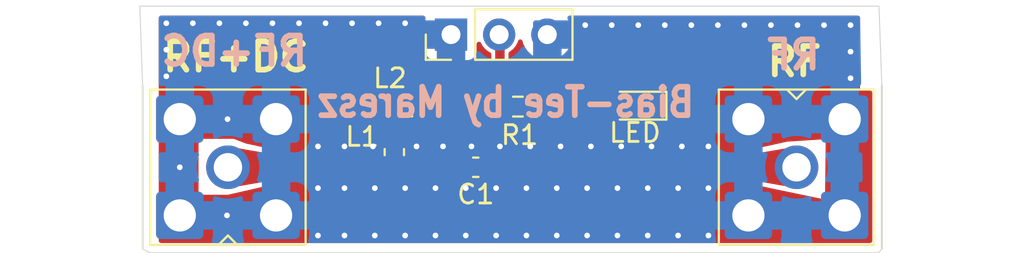
<source format=kicad_pcb>
(kicad_pcb (version 20240108) (generator "pcbnew") (generator_version "8.0")
  (layers (0 "F.Cu" signal) (31 "B.Cu" signal) (34 "B.Paste" user) (35 "F.Paste" user) (36 "B.SilkS" user "B.Silkscreen") (37 "F.SilkS" user "F.Silkscreen") (38 "B.Mask" user) (39 "F.Mask" user) (44 "Edge.Cuts" user))
  (net 0 "")
  (net 1 "Net-(J1_rf1-In)")
  (net 2 "Net-(J2_rfdc1-In)")
  (net 3 "GND")
  (net 4 "Net-(L1-Pad1)")
  (net 5 "Net-(J1-Pin_2)")
  (net 6 "Net-(D1-A)")
  (footprint "Inductor_SMD:L_0603_1608Metric" (layer "F.Cu") (at 174.21 102.8 180)
    (property "Reference" "L2" (at 1.0125 1.5 180) (layer "F.SilkS"))
    (property "Value" "L" (hide yes))
    (fp_line (start -0.162779 0.51) (end 0.162779 0.51) (stroke (width 0.12)) (layer "F.SilkS"))
    (fp_line (start -0.162779 -0.51) (end 0.162779 -0.51) (stroke (width 0.12)) (layer "F.SilkS"))
    (pad "1" smd roundrect (at -0.7875 0 180) (size 0.875 0.95) (layers "F.Cu" "F.Paste" "F.Mask") (net 5 "Net-(J1-Pin_2)"))
    (pad "2" smd roundrect (at 0.7875 0 180) (size 0.875 0.95) (layers "F.Cu" "F.Paste" "F.Mask") (net 4 "Net-(L1-Pad1)"))
  )
  (footprint "Inductor_SMD:L_0603_1608Metric" (layer "F.Cu") (at 173.43 105.2 -90)
    (property "Reference" "L1" (at -0.8125 1.7 180) (layer "F.SilkS"))
    (property "Value" "L" (hide yes))
    (fp_line (start -0.162779 0.51) (end 0.162779 0.51) (stroke (width 0.12)) (layer "F.SilkS"))
    (fp_line (start -0.162779 -0.51) (end 0.162779 -0.51) (stroke (width 0.12)) (layer "F.SilkS"))
    (pad "1" smd roundrect (at -0.7875 0 270) (size 0.875 0.95) (layers "F.Cu" "F.Paste" "F.Mask") (net 4 "Net-(L1-Pad1)") (clearance 0.3))
    (pad "2" smd roundrect (at 0.7875 0 270) (size 0.875 0.95) (layers "F.Cu" "F.Paste" "F.Mask") (net 2 "Net-(J2_rfdc1-In)"))
  )
  (footprint "Connector_Coaxial:SMA_Amphenol_901-143_Horizontal" (layer "F.Cu") (at 194.65 106 -90)
    (property "Reference" "J1_rf1" (hide yes))
    (property "Value" "Conn_Coaxial_Small" (hide yes))
    (fp_line (start -4.1 4.1) (end 4.1 4.1) (stroke (width 0.12)) (layer "F.SilkS"))
    (fp_line (start -4.1 0.5) (end -3.6 0) (stroke (width 0.12)) (layer "F.SilkS"))
    (fp_line (start -3.6 0) (end -4.1 -0.5) (stroke (width 0.12)) (layer "F.SilkS"))
    (fp_line (start -4.1 -4.1) (end -4.1 4.1) (stroke (width 0.12)) (layer "F.SilkS"))
    (fp_line (start -4.1 -4.1) (end 4.1 -4.1) (stroke (width 0.12)) (layer "F.SilkS"))
    (fp_line (start 4.1 -4.1) (end 4.1 4.1) (stroke (width 0.12)) (layer "F.SilkS"))
    (fp_line (start 4.3 -4.5) (end -4.3 -4.5) (stroke (width 0.1)) (layer "Edge.Cuts"))
    (pad "1" thru_hole circle (at 0 0 270) (size 2.3 2.3) (drill 1.5) (layers "*.Cu" "*.Mask") (net 1 "Net-(J1_rf1-In)"))
    (pad "2" thru_hole roundrect (at -2.54 -2.54 270) (size 2.5 2.5) (drill 1.7) (layers "*.Cu" "*.Mask") (roundrect_rratio 0.1) (net 3 "GND"))
    (pad "2" thru_hole roundrect (at -2.54 2.54 270) (size 2.5 2.5) (drill 1.7) (layers "*.Cu" "*.Mask") (roundrect_rratio 0.1) (net 3 "GND"))
    (pad "2" thru_hole roundrect (at 2.54 -2.54 270) (size 2.5 2.5) (drill 1.7) (layers "*.Cu" "*.Mask") (roundrect_rratio 0.1) (net 3 "GND"))
    (pad "2" thru_hole roundrect (at 2.54 2.54 270) (size 2.5 2.5) (drill 1.7) (layers "*.Cu" "*.Mask") (roundrect_rratio 0.1) (net 3 "GND"))
  )
  (footprint "Resistor_SMD:R_0603_1608Metric_Pad0.98x0.95mm_HandSolder" (layer "F.Cu") (at 179.95 102.8 180)
    (property "Reference" "R1" (at -0.0875 -1.5 180) (layer "F.SilkS"))
    (property "Value" "1k" (hide yes))
    (fp_line (start -0.254724 0.5225) (end 0.254724 0.5225) (stroke (width 0.12)) (layer "F.SilkS"))
    (fp_line (start -0.254724 -0.5225) (end 0.254724 -0.5225) (stroke (width 0.12)) (layer "F.SilkS"))
    (pad "1" smd roundrect (at -0.9125 0 180) (size 0.975 0.95) (layers "F.Cu" "F.Paste" "F.Mask") (net 6 "Net-(D1-A)"))
    (pad "2" smd roundrect (at 0.9125 0 180) (size 0.975 0.95) (layers "F.Cu" "F.Paste" "F.Mask") (net 5 "Net-(J1-Pin_2)"))
  )
  (footprint "Connector_Coaxial:SMA_Amphenol_901-143_Horizontal" (layer "F.Cu") (at 164.65 106 90)
    (property "Reference" "J2_rfdc1" (hide yes))
    (property "Value" "Conn_Coaxial_Small" (hide yes))
    (fp_line (start 4.1 -4.1) (end 4.1 4.1) (stroke (width 0.12)) (layer "F.SilkS"))
    (fp_line (start -4.1 -4.1) (end 4.1 -4.1) (stroke (width 0.12)) (layer "F.SilkS"))
    (fp_line (start -4.1 -4.1) (end -4.1 4.1) (stroke (width 0.12)) (layer "F.SilkS"))
    (fp_line (start -3.6 0) (end -4.1 -0.5) (stroke (width 0.12)) (layer "F.SilkS"))
    (fp_line (start -4.1 0.5) (end -3.6 0) (stroke (width 0.12)) (layer "F.SilkS"))
    (fp_line (start -4.1 4.1) (end 4.1 4.1) (stroke (width 0.12)) (layer "F.SilkS"))
    (fp_line (start 4.3 -4.5) (end -4.3 -4.5) (stroke (width 0.1)) (layer "Edge.Cuts"))
    (pad "1" thru_hole circle (at 0 0 90) (size 2.3 2.3) (drill 1.5) (layers "*.Cu" "*.Mask") (net 2 "Net-(J2_rfdc1-In)"))
    (pad "2" thru_hole roundrect (at -2.54 -2.54 90) (size 2.5 2.5) (drill 1.7) (layers "*.Cu" "*.Mask") (roundrect_rratio 0.1) (net 3 "GND"))
    (pad "2" thru_hole roundrect (at -2.54 2.54 90) (size 2.5 2.5) (drill 1.7) (layers "*.Cu" "*.Mask") (roundrect_rratio 0.1) (net 3 "GND"))
    (pad "2" thru_hole roundrect (at 2.54 -2.54 90) (size 2.5 2.5) (drill 1.7) (layers "*.Cu" "*.Mask") (roundrect_rratio 0.1) (net 3 "GND"))
    (pad "2" thru_hole roundrect (at 2.54 2.54 90) (size 2.5 2.5) (drill 1.7) (layers "*.Cu" "*.Mask") (roundrect_rratio 0.1) (net 3 "GND"))
  )
  (footprint "Connector_PinHeader_2.54mm:PinHeader_1x03_P2.54mm_Vertical" (layer "F.Cu") (at 176.42 99 90)
    (property "Reference" "J1" (hide yes))
    (property "Value" "Conn_01x03_Pin" (hide yes))
    (fp_line (start -1.33 -1.33) (end 0 -1.33) (stroke (width 0.12)) (layer "F.SilkS"))
    (fp_line (start -1.33 0) (end -1.33 -1.33) (stroke (width 0.12)) (layer "F.SilkS"))
    (fp_line (start 1.33 1.27) (end 1.33 6.41) (stroke (width 0.12)) (layer "F.SilkS"))
    (fp_line (start -1.33 1.27) (end 1.33 1.27) (stroke (width 0.12)) (layer "F.SilkS"))
    (fp_line (start -1.33 1.27) (end -1.33 6.41) (stroke (width 0.12)) (layer "F.SilkS"))
    (fp_line (start -1.33 6.41) (end 1.33 6.41) (stroke (width 0.12)) (layer "F.SilkS"))
    (pad "1" thru_hole rect (at 0 0 90) (size 1.7 1.7) (drill 1) (layers "*.Cu" "*.Mask") (net 3 "GND"))
    (pad "2" thru_hole oval (at 0 2.54 90) (size 1.7 1.7) (drill 1) (layers "*.Cu" "*.Mask") (net 5 "Net-(J1-Pin_2)"))
    (pad "3" thru_hole oval (at 0 5.08 90) (size 1.7 1.7) (drill 1) (layers "*.Cu" "*.Mask") (net 3 "GND"))
  )
  (footprint "LED_SMD:LED_0603_1608Metric_Pad1.05x0.95mm_HandSolder" (layer "F.Cu") (at 186.125 102.75 180)
    (property "Reference" "LED" (at 0 -1.43 180) (layer "F.SilkS"))
    (property "Value" "LED" (hide yes))
    (fp_line (start 0.8 -0.735) (end -1.66 -0.735) (stroke (width 0.12)) (layer "F.SilkS"))
    (fp_line (start -1.66 0.735) (end 0.8 0.735) (stroke (width 0.12)) (layer "F.SilkS"))
    (fp_line (start -1.66 -0.735) (end -1.66 0.735) (stroke (width 0.12)) (layer "F.SilkS"))
    (pad "1" smd roundrect (at -0.875 0 180) (size 1.05 0.95) (layers "F.Cu" "F.Paste" "F.Mask") (net 3 "GND"))
    (pad "2" smd roundrect (at 0.875 0 180) (size 1.05 0.95) (layers "F.Cu" "F.Paste" "F.Mask") (net 6 "Net-(D1-A)"))
  )
  (footprint "Capacitor_SMD:C_0603_1608Metric" (layer "F.Cu") (at 177.725 106 180)
    (property "Reference" "C1" (at 0 -1.43 180) (layer "F.SilkS"))
    (property "Value" "C" (hide yes))
    (fp_line (start -0.14058 0.51) (end 0.14058 0.51) (stroke (width 0.12)) (layer "F.SilkS"))
    (fp_line (start -0.14058 -0.51) (end 0.14058 -0.51) (stroke (width 0.12)) (layer "F.SilkS"))
    (pad "1" smd roundrect (at -0.775 0 180) (size 0.9 0.95) (layers "F.Cu" "F.Paste" "F.Mask") (net 1 "Net-(J1_rf1-In)") (clearance 0.2))
    (pad "2" smd roundrect (at 0.775 0 180) (size 0.9 0.95) (layers "F.Cu" "F.Paste" "F.Mask") (net 2 "Net-(J2_rfdc1-In)") (clearance 0.2))
  )
  (gr_line (start 160 97.5) (end 160.15 101.7) (stroke (width 0.05)) (layer "Edge.Cuts"))
  (gr_line (start 199.15 101.7) (end 199 97.5) (stroke (width 0.05)) (layer "Edge.Cuts"))
  (gr_line (start 160.15 110.3) (end 160.5 110.5) (stroke (width 0.05)) (layer "Edge.Cuts"))
  (gr_line (start 160.5 110.5) (end 199 110.5) (stroke (width 0.05)) (layer "Edge.Cuts"))
  (gr_line (start 199 110.5) (end 199.15 110.3) (stroke (width 0.05)) (layer "Edge.Cuts"))
  (gr_line (start 199 97.5) (end 160 97.5) (stroke (width 0.05)) (layer "Edge.Cuts"))
  (gr_text "RF" (at 196.05 100.95 0) (layer "B.SilkS") (effects (font (size 1.5 1.5) (thickness 0.3) (bold yes)) (justify left bottom mirror)))
  (gr_text "RF+DC\n" (at 169 100.75 0) (layer "B.SilkS") (effects (font (size 1.5 1.5) (thickness 0.3) (bold yes)) (justify left bottom mirror)))
  (gr_text "Bias-Tee by Maresz" (at 189.4 103.45 0) (layer "B.SilkS") (effects (font (size 1.5 1.3) (thickness 0.3) (bold yes)) (justify left bottom mirror)))
  (gr_text "RF+DC\n" (at 161.05 101.05 0) (layer "F.SilkS") (effects (font (size 1.5 1.5) (thickness 0.3) (bold yes)) (justify left bottom)))
  (gr_text "RF" (at 192.95 101.3 0) (layer "F.SilkS") (effects (font (size 1.5 1.5) (thickness 0.3) (bold yes)) (justify left bottom)))
  (segment (start 178.5 106) (end 194.65 106) (width 1) (layer "F.Cu") (net 1))
  (segment (start 173.43 105.9875) (end 176.9375 105.9875) (width 1) (layer "F.Cu") (net 2))
  (segment (start 164.65 106) (end 173.4175 106) (width 1) (layer "F.Cu") (net 2))
  (segment (start 176.9375 105.9875) (end 176.95 106) (width 1) (layer "F.Cu") (net 2))
  (segment (start 173.4175 106) (end 173.43 105.9875) (width 1) (layer "F.Cu") (net 2))
  (segment (start 162.11 108.54) (end 167.19 108.54) (width 1) (layer "F.Cu") (net 3))
  (segment (start 162.11 103.46) (end 167.19 103.46) (width 1) (layer "F.Cu") (net 3))
  (segment (start 162.11 103.46) (end 162.11 108.54) (width 1) (layer "F.Cu") (net 3))
  (via (at 184.9 98.5) (size 0.6) (drill 0.3) (layers "F.Cu" "B.Cu") (net 3))
  (via (at 183.8 104.9) (size 0.6) (drill 0.3) (layers "F.Cu" "B.Cu") (net 3))
  (via (at 175.6 107.1) (size 0.6) (drill 0.3) (layers "F.Cu" "B.Cu") (net 3))
  (via (at 187 104.9) (size 0.6) (drill 0.3) (layers "F.Cu" "B.Cu") (net 3))
  (via (at 172.6 98.4) (size 0.6) (drill 0.3) (layers "F.Cu" "B.Cu") (net 3))
  (via (at 193.3 98.5) (size 0.6) (drill 0.3) (layers "F.Cu" "B.Cu") (net 3))
  (via (at 186.8 107.1) (size 0.6) (drill 0.3) (layers "F.Cu" "B.Cu") (net 3))
  (via (at 187.7 98.5) (size 0.6) (drill 0.3) (layers "F.Cu" "B.Cu") (net 3))
  (via (at 178.8 107.1) (size 0.6) (drill 0.3) (layers "F.Cu" "B.Cu") (net 3))
  (via (at 190 104.9) (size 0.6) (drill 0.3) (layers "F.Cu" "B.Cu") (net 3))
  (via (at 170.8 107.1) (size 0.6) (drill 0.3) (layers "F.Cu" "B.Cu") (net 3))
  (via (at 197.5 101.3) (size 0.6) (drill 0.3) (layers "F.Cu" "B.Cu") (net 3))
  (via (at 180.4 107.1) (size 0.6) (drill 0.3) (layers "F.Cu" "B.Cu") (net 3))
  (via (at 188.4 107.1) (size 0.6) (drill 0.3) (layers "F.Cu" "B.Cu") (net 3))
  (via (at 172.4 107.1) (size 0.6) (drill 0.3) (layers "F.Cu" "B.Cu") (net 3))
  (via (at 174 109.6) (size 0.6) (drill 0.3) (layers "F.Cu" "B.Cu") (net 3))
  (via (at 164.63 103.46) (size 0.6) (drill 0.3) (layers "F.Cu" "B.Cu") (net 3))
  (via (at 183.5 98.5) (size 0.6) (drill 0.3) (layers "F.Cu" "B.Cu") (net 3))
  (via (at 174.6 104.9) (size 0.6) (drill 0.3) (layers "F.Cu" "B.Cu") (net 3))
  (via (at 170.8 104.9) (size 0.6) (drill 0.3) (layers "F.Cu" "B.Cu") (net 3))
  (via (at 188.4 109.6) (size 0.6) (drill 0.3) (layers "F.Cu" "B.Cu") (net 3))
  (via (at 180.4 109.6) (size 0.6) (drill 0.3) (layers "F.Cu" "B.Cu") (net 3))
  (via (at 169.4 109.6) (size 0.6) (drill 0.3) (layers "F.Cu" "B.Cu") (net 3))
  (via (at 172.4 109.6) (size 0.6) (drill 0.3) (layers "F.Cu" "B.Cu") (net 3))
  (via (at 182.2 104.9) (size 0.6) (drill 0.3) (layers "F.Cu" "B.Cu") (net 3))
  (via (at 196.1 98.5) (size 0.6) (drill 0.3) (layers "F.Cu" "B.Cu") (net 3))
  (via (at 171.2 98.4) (size 0.6) (drill 0.3) (layers "F.Cu" "B.Cu") (net 3))
  (via (at 168.4 98.4) (size 0.6) (drill 0.3) (layers "F.Cu" "B.Cu") (net 3))
  (via (at 176 104.9) (size 0.6) (drill 0.3) (layers "F.Cu" "B.Cu") (net 3))
  (via (at 161.4 98.4) (size 0.6) (drill 0.3) (layers "F.Cu" "B.Cu") (net 3))
  (via (at 177.5 104.9) (size 0.6) (drill 0.3) (layers "F.Cu" "B.Cu") (net 3))
  (via (at 161.4 99.8) (size 0.6) (drill 0.3) (layers "F.Cu" "B.Cu") (net 3))
  (via (at 169.8 98.4) (size 0.6) (drill 0.3) (layers "F.Cu" "B.Cu") (net 3))
  (via (at 178.8 109.6) (size 0.6) (drill 0.3) (layers "F.Cu" "B.Cu") (net 3))
  (via (at 186.8 109.6) (size 0.6) (drill 0.3) (layers "F.Cu" "B.Cu") (net 3))
  (via (at 185.2 107.1) (size 0.6) (drill 0.3) (layers "F.Cu" "B.Cu") (net 3))
  (via (at 175.6 109.6) (size 0.6) (drill 0.3) (layers "F.Cu" "B.Cu") (net 3))
  (via (at 174 98.4) (size 0.6) (drill 0.3) (layers "F.Cu" "B.Cu") (net 3))
  (via (at 190 109.6) (size 0.6) (drill 0.3) (layers "F.Cu" "B.Cu") (net 3))
  (via (at 197.5 98.5) (size 0.6) (drill 0.3) (layers "F.Cu" "B.Cu") (net 3))
  (via (at 189.1 98.5) (size 0.6) (drill 0.3) (layers "F.Cu" "B.Cu") (net 3))
  (via (at 169.4 104.9) (size 0.6) (drill 0.3) (layers "F.Cu" "B.Cu") (net 3))
  (via (at 190.5 98.5) (size 0.6) (drill 0.3) (layers "F.Cu" "B.Cu") (net 3))
  (via (at 161.4 101.2) (size 0.6) (drill 0.3) (layers "F.Cu" "B.Cu") (net 3))
  (via (at 188.6 104.9) (size 0.6) (drill 0.3) (layers "F.Cu" "B.Cu") (net 3))
  (via (at 174 107.1) (size 0.6) (drill 0.3) (layers "F.Cu" "B.Cu") (net 3))
  (via (at 179 104.9) (size 0.6) (drill 0.3) (layers "F.Cu" "B.Cu") (net 3))
  (via (at 177.2 107.1) (size 0.6) (drill 0.3) (layers "F.Cu" "B.Cu") (net 3))
  (via (at 194.7 98.5) (size 0.6) (drill 0.3) (layers "F.Cu" "B.Cu") (net 3))
  (via (at 170.8 109.6) (size 0.6) (drill 0.3) (layers "F.Cu" "B.Cu") (net 3))
  (via (at 172.3 104.9) (size 0.6) (drill 0.3) (layers "F.Cu" "B.Cu") (net 3))
  (via (at 180.6 104.9) (size 0.6) (drill 0.3) (layers "F.Cu" "B.Cu") (net 3))
  (via (at 169.4 107.1) (size 0.6) (drill 0.3) (layers "F.Cu" "B.Cu") (net 3))
  (via (at 182 109.6) (size 0.6) (drill 0.3) (layers "F.Cu" "B.Cu") (net 3))
  (via (at 197.5 99.9) (size 0.6) (drill 0.3) (layers "F.Cu" "B.Cu") (net 3))
  (via (at 164.6 108.54) (size 0.6) (drill 0.3) (layers "F.Cu" "B.Cu") (net 3))
  (via (at 183.6 107.1) (size 0.6) (drill 0.3) (layers "F.Cu" "B.Cu") (net 3))
  (via (at 177.2 109.6) (size 0.6) (drill 0.3) (layers "F.Cu" "B.Cu") (net 3))
  (via (at 167 98.4) (size 0.6) (drill 0.3) (layers "F.Cu" "B.Cu") (net 3))
  (via (at 185.4 104.9) (size 0.6) (drill 0.3) (layers "F.Cu" "B.Cu") (net 3))
  (via (at 186.3 98.5) (size 0.6) (drill 0.3) (layers "F.Cu" "B.Cu") (net 3))
  (via (at 185.2 109.6) (size 0.6) (drill 0.3) (layers "F.Cu" "B.Cu") (net 3))
  (via (at 190 107.1) (size 0.6) (drill 0.3) (layers "F.Cu" "B.Cu") (net 3))
  (via (at 191.9 98.5) (size 0.6) (drill 0.3) (layers "F.Cu" "B.Cu") (net 3))
  (via (at 164.2 98.4) (size 0.6) (drill 0.3) (layers "F.Cu" "B.Cu") (net 3))
  (via (at 165.6 98.4) (size 0.6) (drill 0.3) (layers "F.Cu" "B.Cu") (net 3))
  (via (at 182 107.1) (size 0.6) (drill 0.3) (layers "F.Cu" "B.Cu") (net 3))
  (via (at 162.8 98.4) (size 0.6) (drill 0.3) (layers "F.Cu" "B.Cu") (net 3))
  (via (at 162.11 106) (size 0.6) (drill 0.3) (layers "F.Cu" "B.Cu") (net 3))
  (via (at 183.6 109.6) (size 0.6) (drill 0.3) (layers "F.Cu" "B.Cu") (net 3))
  (segment (start 173.4225 104.3925) (end 173.43 104.4) (width 0.7) (layer "F.Cu") (net 4))
  (segment (start 173.4225 102.8) (end 173.4225 104.3925) (width 0.7) (layer "F.Cu") (net 4))
  (segment (start 179 102.5) (end 178.7 102.8) (width 0.5) (layer "F.Cu") (net 5))
  (segment (start 179 99.04) (end 178.96 99) (width 0.5) (layer "F.Cu") (net 5))
  (segment (start 178.96 102.46) (end 179 102.5) (width 0.2) (layer "F.Cu") (net 5))
  (segment (start 178.7 102.8) (end 174.9975 102.8) (width 0.5) (layer "F.Cu") (net 5))
  (segment (start 179 102.5) (end 179 99.04) (width 0.5) (layer "F.Cu") (net 5))
  (segment (start 181.075 102.75) (end 185 102.75) (width 0.5) (layer "F.Cu") (net 6))
  (zone (net 3) (net_name "GND") (layer "F.Cu") (priority 3) (connect_pads yes (clearance 0.2)) (min_thickness 0.25) (fill yes (thermal_gap 0.5) (thermal_bridge_width 0.5))
    (polygon (pts (xy 196.15 107.7) (xy 193.75 107.2) (xy 191.15 106.65) (xy 190.1 106.65) (xy 168.15 106.65) (xy 164.65 107.45) (xy 163.1 107.45) (xy 163.1 104.5) (xy 164.95 104.5) (xy 165.6 104.75) (xy 168.15 105.3) (xy 169.2 105.3) (xy 169 101.6) (xy 161 101.6) (xy 161 110) (xy 168.7 110.05) (xy 198.7 110.05) (xy 198.65 101.95) (xy 196.15 101.9) (xy 196.2 104.7) (xy 196.2 105) (xy 196.2 103.7)))
  )
  (zone (net 3) (net_name "GND") (layer "F.Cu") (priority 1) (connect_pads (clearance 0.2)) (min_thickness 0.25) (fill yes (thermal_gap 0.5) (thermal_bridge_width 0.5))
    (polygon (pts (xy 198 98) (xy 198 101.6) (xy 190.4 101.6) (xy 190.15 105.35) (xy 169 105.4) (xy 169 101.6) (xy 161 101.6) (xy 161 98)))
  )
  (zone (net 3) (net_name "GND") (layer "F.Cu") (priority 2) (connect_pads yes (clearance 0.2)) (min_thickness 0.25) (fill yes (thermal_gap 0.5) (thermal_bridge_width 0.5))
    (polygon (pts (xy 198 101.6) (xy 198 104.6) (xy 198 104.4) (xy 194.15 104.65) (xy 191.2 105.3) (xy 190.15 105.35) (xy 190.2 101.4)))
  )
  (zone (net 3) (net_name "GND") (layer "B.Cu") (connect_pads thru_hole_only (clearance 0.5)) (min_thickness 0.25) (fill yes (thermal_gap 0.5) (thermal_bridge_width 1.5))
    (polygon (pts (xy 198 98) (xy 161 98) (xy 161 110) (xy 198.2 110.2)))
  )
)
</source>
